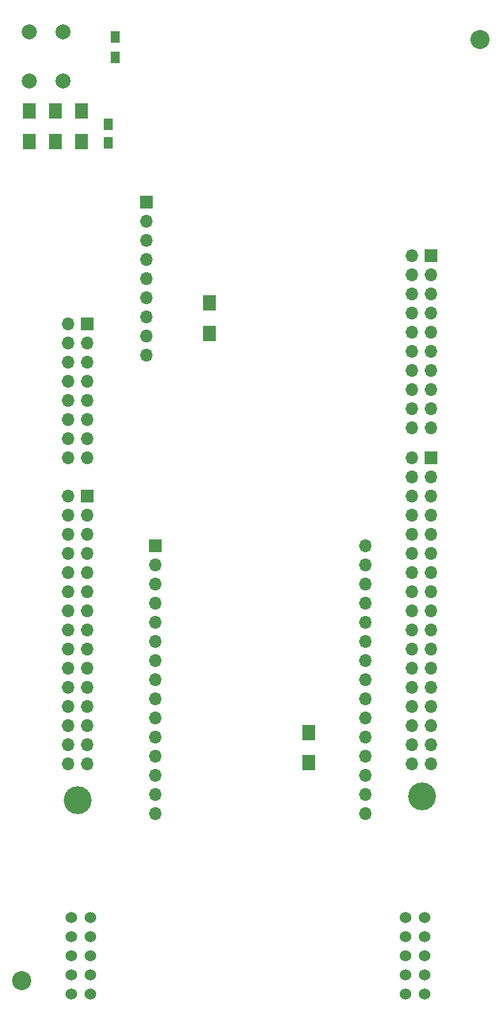
<source format=gbr>
G04 #@! TF.FileFunction,Soldermask,Top*
%FSLAX46Y46*%
G04 Gerber Fmt 4.6, Leading zero omitted, Abs format (unit mm)*
G04 Created by KiCad (PCBNEW 4.0.7) date Mon Nov 12 23:25:46 2018*
%MOMM*%
%LPD*%
G01*
G04 APERTURE LIST*
%ADD10C,0.100000*%
%ADD11R,1.700000X1.700000*%
%ADD12O,1.700000X1.700000*%
%ADD13C,3.700000*%
%ADD14R,1.250000X1.500000*%
%ADD15R,1.300000X1.500000*%
%ADD16R,1.700000X2.000000*%
%ADD17C,2.000000*%
%ADD18C,2.540000*%
%ADD19C,1.524000*%
G04 APERTURE END LIST*
D10*
D11*
X125133000Y-49564000D03*
D12*
X125133000Y-52104000D03*
X125133000Y-54644000D03*
X125133000Y-57184000D03*
X125133000Y-59724000D03*
X125133000Y-62264000D03*
X125133000Y-64804000D03*
X125133000Y-67344000D03*
X125133000Y-69884000D03*
D13*
X161750000Y-128500000D03*
X116000000Y-129000000D03*
D14*
X120000000Y-41750000D03*
X120000000Y-39250000D03*
D15*
X121000000Y-27650000D03*
X121000000Y-30350000D03*
D16*
X116500000Y-37500000D03*
X116500000Y-41500000D03*
X113000000Y-37500000D03*
X113000000Y-41500000D03*
X109500000Y-41500000D03*
X109500000Y-37500000D03*
D17*
X114000000Y-33500000D03*
X109500000Y-33500000D03*
X114000000Y-27000000D03*
X109500000Y-27000000D03*
D16*
X133500000Y-63000000D03*
X133500000Y-67000000D03*
D18*
X108500000Y-153000000D03*
X169460000Y-28032000D03*
D19*
X115100000Y-144560000D03*
X117640000Y-144560000D03*
X115100000Y-147100000D03*
X117640000Y-147100000D03*
X115100000Y-149640000D03*
X117640000Y-149640000D03*
X115100000Y-152180000D03*
X117640000Y-152180000D03*
X115100000Y-154720000D03*
X117640000Y-154720000D03*
X159550000Y-144560000D03*
X159550000Y-147100000D03*
X159550000Y-149640000D03*
X159550000Y-152180000D03*
X159550000Y-154720000D03*
X162090000Y-149640000D03*
X162090000Y-147100000D03*
X162090000Y-144560000D03*
X162090000Y-152180000D03*
X162090000Y-154720000D03*
D11*
X117263000Y-65751000D03*
D12*
X114723000Y-65751000D03*
X117263000Y-68291000D03*
X114723000Y-68291000D03*
X117263000Y-70831000D03*
X114723000Y-70831000D03*
X117263000Y-73371000D03*
X114723000Y-73371000D03*
X117263000Y-75911000D03*
X114723000Y-75911000D03*
X117263000Y-78451000D03*
X114723000Y-78451000D03*
X117263000Y-80991000D03*
X114723000Y-80991000D03*
X117263000Y-83531000D03*
X114723000Y-83531000D03*
D11*
X117263000Y-88611000D03*
D12*
X114723000Y-88611000D03*
X117263000Y-91151000D03*
X114723000Y-91151000D03*
X117263000Y-93691000D03*
X114723000Y-93691000D03*
X117263000Y-96231000D03*
X114723000Y-96231000D03*
X117263000Y-98771000D03*
X114723000Y-98771000D03*
X117263000Y-101311000D03*
X114723000Y-101311000D03*
X117263000Y-103851000D03*
X114723000Y-103851000D03*
X117263000Y-106391000D03*
X114723000Y-106391000D03*
X117263000Y-108931000D03*
X114723000Y-108931000D03*
X117263000Y-111471000D03*
X114723000Y-111471000D03*
X117263000Y-114011000D03*
X114723000Y-114011000D03*
X117263000Y-116551000D03*
X114723000Y-116551000D03*
X117263000Y-119091000D03*
X114723000Y-119091000D03*
X117263000Y-121631000D03*
X114723000Y-121631000D03*
X117263000Y-124171000D03*
X114723000Y-124171000D03*
D11*
X162983000Y-56734000D03*
D12*
X160443000Y-56734000D03*
X162983000Y-59274000D03*
X160443000Y-59274000D03*
X162983000Y-61814000D03*
X160443000Y-61814000D03*
X162983000Y-64354000D03*
X160443000Y-64354000D03*
X162983000Y-66894000D03*
X160443000Y-66894000D03*
X162983000Y-69434000D03*
X160443000Y-69434000D03*
X162983000Y-71974000D03*
X160443000Y-71974000D03*
X162983000Y-74514000D03*
X160443000Y-74514000D03*
X162983000Y-77054000D03*
X160443000Y-77054000D03*
X162983000Y-79594000D03*
X160443000Y-79594000D03*
D11*
X162983000Y-83531000D03*
D12*
X160443000Y-83531000D03*
X162983000Y-86071000D03*
X160443000Y-86071000D03*
X162983000Y-88611000D03*
X160443000Y-88611000D03*
X162983000Y-91151000D03*
X160443000Y-91151000D03*
X162983000Y-93691000D03*
X160443000Y-93691000D03*
X162983000Y-96231000D03*
X160443000Y-96231000D03*
X162983000Y-98771000D03*
X160443000Y-98771000D03*
X162983000Y-101311000D03*
X160443000Y-101311000D03*
X162983000Y-103851000D03*
X160443000Y-103851000D03*
X162983000Y-106391000D03*
X160443000Y-106391000D03*
X162983000Y-108931000D03*
X160443000Y-108931000D03*
X162983000Y-111471000D03*
X160443000Y-111471000D03*
X162983000Y-114011000D03*
X160443000Y-114011000D03*
X162983000Y-116551000D03*
X160443000Y-116551000D03*
X162983000Y-119091000D03*
X160443000Y-119091000D03*
X162983000Y-121631000D03*
X160443000Y-121631000D03*
X162983000Y-124171000D03*
X160443000Y-124171000D03*
D11*
X126280000Y-95215000D03*
D12*
X126280000Y-97755000D03*
X126280000Y-100295000D03*
X126280000Y-102835000D03*
X126280000Y-105375000D03*
X126280000Y-107915000D03*
X126280000Y-110455000D03*
X126280000Y-112995000D03*
X126280000Y-115535000D03*
X126280000Y-118075000D03*
X126280000Y-120615000D03*
X126280000Y-123155000D03*
X126280000Y-125695000D03*
X126280000Y-128235000D03*
X126280000Y-130775000D03*
X154220000Y-130775000D03*
X154220000Y-128235000D03*
X154220000Y-125695000D03*
X154220000Y-123155000D03*
X154220000Y-120615000D03*
X154220000Y-118075000D03*
X154220000Y-115535000D03*
X154220000Y-112995000D03*
X154220000Y-110455000D03*
X154220000Y-107915000D03*
X154220000Y-105375000D03*
X154220000Y-102835000D03*
X154220000Y-100295000D03*
X154220000Y-97755000D03*
X154220000Y-95215000D03*
D16*
X146727000Y-120012000D03*
X146727000Y-124012000D03*
M02*

</source>
